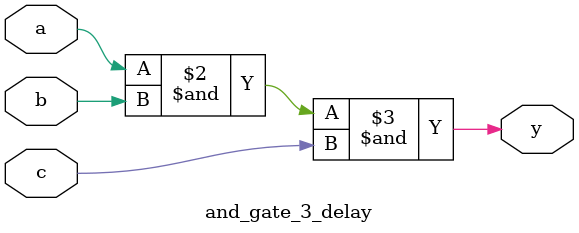
<source format=sv>
module and_gate_3_delay (
    input wire a,  // Input A
    input wire b,  // Input B
    input wire c,  // Input C
    output reg y   // Output Y
);
    always @(a, b, c) begin
        #2 y = a & b & c;  // AND operation with 2-time unit delay
    end
endmodule

</source>
